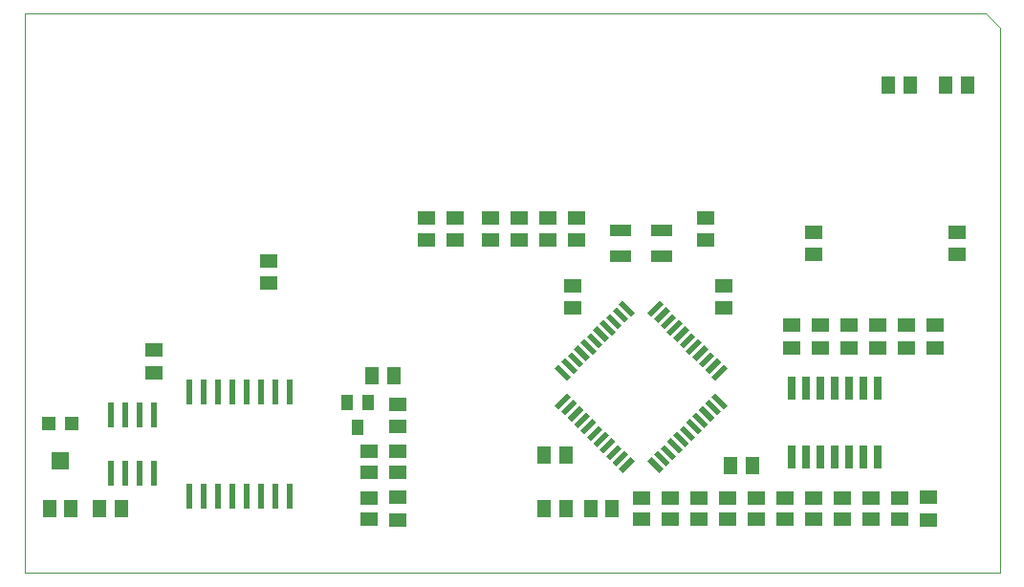
<source format=gtp>
G75*
G70*
%OFA0B0*%
%FSLAX24Y24*%
%IPPOS*%
%LPD*%
%AMOC8*
5,1,8,0,0,1.08239X$1,22.5*
%
%ADD10C,0.0000*%
%ADD11R,0.0260X0.0800*%
%ADD12R,0.0630X0.0512*%
%ADD13R,0.0512X0.0630*%
%ADD14R,0.0236X0.0866*%
%ADD15R,0.0591X0.0197*%
%ADD16R,0.0197X0.0591*%
%ADD17R,0.0748X0.0433*%
%ADD18R,0.0591X0.0630*%
%ADD19R,0.0472X0.0472*%
%ADD20R,0.0394X0.0551*%
D10*
X000182Y000188D02*
X000182Y019688D01*
X033682Y019688D01*
X034182Y019188D01*
X034182Y000188D01*
X000182Y000188D01*
D11*
X026932Y004228D03*
X027432Y004228D03*
X027932Y004228D03*
X028432Y004228D03*
X028932Y004228D03*
X029432Y004228D03*
X029932Y004228D03*
X029932Y006648D03*
X029432Y006648D03*
X028932Y006648D03*
X028432Y006648D03*
X027932Y006648D03*
X027432Y006648D03*
X026932Y006648D03*
D12*
X026932Y008044D03*
X027932Y008044D03*
X028932Y008044D03*
X029932Y008044D03*
X030932Y008044D03*
X031932Y008044D03*
X031932Y008831D03*
X030932Y008831D03*
X029932Y008831D03*
X028932Y008831D03*
X027932Y008831D03*
X026932Y008831D03*
X024557Y009419D03*
X024557Y010206D03*
X023932Y011794D03*
X023932Y012581D03*
X027682Y012062D03*
X027682Y011314D03*
X032682Y011294D03*
X032682Y012081D03*
X019432Y011794D03*
X018432Y011814D03*
X018432Y012562D03*
X017432Y012562D03*
X017432Y011814D03*
X016432Y011814D03*
X016432Y012562D03*
X015182Y012562D03*
X015182Y011814D03*
X014182Y011814D03*
X014182Y012562D03*
X019432Y012581D03*
X019307Y010206D03*
X019307Y009419D03*
X013182Y006062D03*
X013182Y005314D03*
X013182Y004437D03*
X013182Y003689D03*
X012182Y003689D03*
X012182Y004437D03*
X012182Y002812D03*
X013182Y002831D03*
X013182Y002044D03*
X012182Y002064D03*
X004682Y007169D03*
X004682Y007956D03*
X008682Y010314D03*
X008682Y011062D03*
X021682Y002812D03*
X022682Y002812D03*
X023682Y002812D03*
X024682Y002812D03*
X025682Y002812D03*
X026682Y002812D03*
X027682Y002812D03*
X028682Y002812D03*
X029682Y002812D03*
X030682Y002812D03*
X031682Y002831D03*
X031682Y002044D03*
X030682Y002064D03*
X029682Y002064D03*
X028682Y002064D03*
X027682Y002064D03*
X026682Y002064D03*
X025682Y002064D03*
X024682Y002064D03*
X023682Y002064D03*
X022682Y002064D03*
X021682Y002064D03*
D13*
X020681Y002438D03*
X019933Y002438D03*
X019076Y002438D03*
X018289Y002438D03*
X018289Y004313D03*
X019076Y004313D03*
X024789Y003938D03*
X025576Y003938D03*
X013056Y007063D03*
X012308Y007063D03*
X003556Y002438D03*
X002808Y002438D03*
X001806Y002438D03*
X001058Y002438D03*
X030289Y017188D03*
X031076Y017188D03*
X032289Y017188D03*
X033076Y017188D03*
D14*
X009432Y006499D03*
X008932Y006499D03*
X008432Y006499D03*
X007932Y006499D03*
X007432Y006499D03*
X006932Y006499D03*
X006432Y006499D03*
X005932Y006499D03*
X004682Y005711D03*
X004182Y005711D03*
X003682Y005711D03*
X003182Y005711D03*
X003182Y003664D03*
X003682Y003664D03*
X004182Y003664D03*
X004682Y003664D03*
X005932Y002877D03*
X006432Y002877D03*
X006932Y002877D03*
X007432Y002877D03*
X007932Y002877D03*
X008432Y002877D03*
X008932Y002877D03*
X009432Y002877D03*
D15*
G36*
X018677Y006048D02*
X019093Y006464D01*
X019231Y006326D01*
X018815Y005910D01*
X018677Y006048D01*
G37*
G36*
X018900Y005825D02*
X019316Y006241D01*
X019454Y006103D01*
X019038Y005687D01*
X018900Y005825D01*
G37*
G36*
X019123Y005602D02*
X019539Y006018D01*
X019677Y005880D01*
X019261Y005464D01*
X019123Y005602D01*
G37*
G36*
X019345Y005379D02*
X019761Y005795D01*
X019899Y005657D01*
X019483Y005241D01*
X019345Y005379D01*
G37*
G36*
X019568Y005157D02*
X019984Y005573D01*
X020122Y005435D01*
X019706Y005019D01*
X019568Y005157D01*
G37*
G36*
X019791Y004934D02*
X020207Y005350D01*
X020345Y005212D01*
X019929Y004796D01*
X019791Y004934D01*
G37*
G36*
X020013Y004711D02*
X020429Y005127D01*
X020567Y004989D01*
X020151Y004573D01*
X020013Y004711D01*
G37*
G36*
X020236Y004489D02*
X020652Y004905D01*
X020790Y004767D01*
X020374Y004351D01*
X020236Y004489D01*
G37*
G36*
X020459Y004266D02*
X020875Y004682D01*
X021013Y004544D01*
X020597Y004128D01*
X020459Y004266D01*
G37*
G36*
X020682Y004043D02*
X021098Y004459D01*
X021236Y004321D01*
X020820Y003905D01*
X020682Y004043D01*
G37*
G36*
X020904Y003820D02*
X021320Y004236D01*
X021458Y004098D01*
X021042Y003682D01*
X020904Y003820D01*
G37*
G36*
X024134Y007050D02*
X024550Y007466D01*
X024688Y007328D01*
X024272Y006912D01*
X024134Y007050D01*
G37*
G36*
X023911Y007272D02*
X024327Y007688D01*
X024465Y007550D01*
X024049Y007134D01*
X023911Y007272D01*
G37*
G36*
X023688Y007495D02*
X024104Y007911D01*
X024242Y007773D01*
X023826Y007357D01*
X023688Y007495D01*
G37*
G36*
X023465Y007718D02*
X023881Y008134D01*
X024019Y007996D01*
X023603Y007580D01*
X023465Y007718D01*
G37*
G36*
X023243Y007941D02*
X023659Y008357D01*
X023797Y008219D01*
X023381Y007803D01*
X023243Y007941D01*
G37*
G36*
X023020Y008163D02*
X023436Y008579D01*
X023574Y008441D01*
X023158Y008025D01*
X023020Y008163D01*
G37*
G36*
X022797Y008386D02*
X023213Y008802D01*
X023351Y008664D01*
X022935Y008248D01*
X022797Y008386D01*
G37*
G36*
X022575Y008609D02*
X022991Y009025D01*
X023129Y008887D01*
X022713Y008471D01*
X022575Y008609D01*
G37*
G36*
X022352Y008831D02*
X022768Y009247D01*
X022906Y009109D01*
X022490Y008693D01*
X022352Y008831D01*
G37*
G36*
X022129Y009054D02*
X022545Y009470D01*
X022683Y009332D01*
X022267Y008916D01*
X022129Y009054D01*
G37*
G36*
X021906Y009277D02*
X022322Y009693D01*
X022460Y009555D01*
X022044Y009139D01*
X021906Y009277D01*
G37*
D16*
G36*
X020904Y009555D02*
X021042Y009693D01*
X021458Y009277D01*
X021320Y009139D01*
X020904Y009555D01*
G37*
G36*
X020682Y009332D02*
X020820Y009470D01*
X021236Y009054D01*
X021098Y008916D01*
X020682Y009332D01*
G37*
G36*
X020459Y009109D02*
X020597Y009247D01*
X021013Y008831D01*
X020875Y008693D01*
X020459Y009109D01*
G37*
G36*
X020236Y008887D02*
X020374Y009025D01*
X020790Y008609D01*
X020652Y008471D01*
X020236Y008887D01*
G37*
G36*
X020013Y008664D02*
X020151Y008802D01*
X020567Y008386D01*
X020429Y008248D01*
X020013Y008664D01*
G37*
G36*
X019791Y008441D02*
X019929Y008579D01*
X020345Y008163D01*
X020207Y008025D01*
X019791Y008441D01*
G37*
G36*
X019568Y008219D02*
X019706Y008357D01*
X020122Y007941D01*
X019984Y007803D01*
X019568Y008219D01*
G37*
G36*
X019345Y007996D02*
X019483Y008134D01*
X019899Y007718D01*
X019761Y007580D01*
X019345Y007996D01*
G37*
G36*
X019123Y007773D02*
X019261Y007911D01*
X019677Y007495D01*
X019539Y007357D01*
X019123Y007773D01*
G37*
G36*
X018900Y007550D02*
X019038Y007688D01*
X019454Y007272D01*
X019316Y007134D01*
X018900Y007550D01*
G37*
G36*
X018677Y007328D02*
X018815Y007466D01*
X019231Y007050D01*
X019093Y006912D01*
X018677Y007328D01*
G37*
G36*
X022575Y004767D02*
X022713Y004905D01*
X023129Y004489D01*
X022991Y004351D01*
X022575Y004767D01*
G37*
G36*
X022352Y004544D02*
X022490Y004682D01*
X022906Y004266D01*
X022768Y004128D01*
X022352Y004544D01*
G37*
G36*
X022129Y004321D02*
X022267Y004459D01*
X022683Y004043D01*
X022545Y003905D01*
X022129Y004321D01*
G37*
G36*
X021906Y004098D02*
X022044Y004236D01*
X022460Y003820D01*
X022322Y003682D01*
X021906Y004098D01*
G37*
G36*
X022797Y004989D02*
X022935Y005127D01*
X023351Y004711D01*
X023213Y004573D01*
X022797Y004989D01*
G37*
G36*
X023020Y005212D02*
X023158Y005350D01*
X023574Y004934D01*
X023436Y004796D01*
X023020Y005212D01*
G37*
G36*
X023243Y005435D02*
X023381Y005573D01*
X023797Y005157D01*
X023659Y005019D01*
X023243Y005435D01*
G37*
G36*
X023465Y005657D02*
X023603Y005795D01*
X024019Y005379D01*
X023881Y005241D01*
X023465Y005657D01*
G37*
G36*
X023688Y005880D02*
X023826Y006018D01*
X024242Y005602D01*
X024104Y005464D01*
X023688Y005880D01*
G37*
G36*
X023911Y006103D02*
X024049Y006241D01*
X024465Y005825D01*
X024327Y005687D01*
X023911Y006103D01*
G37*
G36*
X024134Y006326D02*
X024272Y006464D01*
X024688Y006048D01*
X024550Y005910D01*
X024134Y006326D01*
G37*
D17*
X022411Y011235D03*
X022411Y012140D03*
X020954Y012140D03*
X020954Y011235D03*
D18*
X001432Y004097D03*
D19*
X001039Y005406D03*
X001826Y005406D03*
D20*
X011433Y006121D03*
X012181Y006121D03*
X011807Y005255D03*
M02*

</source>
